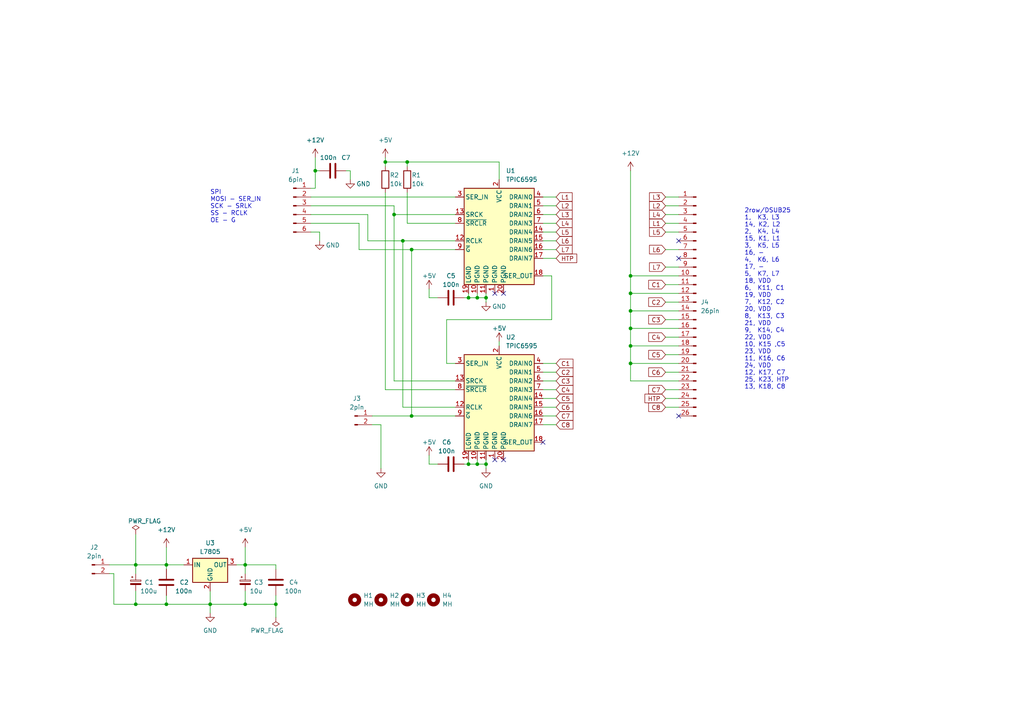
<source format=kicad_sch>
(kicad_sch (version 20230121) (generator eeschema)
  (paper "A4")
  (lib_symbols
    (symbol "Connector:Conn_01x02_Pin" (pin_names (offset 1.016) hide)
      (property "Reference" "J" (at 0 2.54 0))
      (property "Value" "Conn_01x02_Pin" (at 0 -5.08 0))
      (symbol "Conn_01x02_Pin_1_1"
        (polyline (pts (xy 1.27 -2.54) (xy 0.8636 -2.54)) (stroke (width 0.1524)))
        (polyline (pts (xy 1.27 0) (xy 0.8636 0)) (stroke (width 0.1524)))
        (rectangle (start 0.8636 -2.413) (end 0 -2.667) (stroke (width 0.1524)) (fill (type outline)))
        (rectangle (start 0.8636 0.127) (end 0 -0.127) (stroke (width 0.1524)) (fill (type outline)))
        (pin passive line (at 5.08 0 180) (length 3.81) (name "Pin_1") (number "1"))
        (pin passive line (at 5.08 -2.54 180) (length 3.81) (name "Pin_2") (number "2"))
      )
    )
    (symbol "Connector:Conn_01x06_Pin" (pin_names (offset 1.016) hide)
      (property "Reference" "J" (at 0 7.62 0))
      (property "Value" "Conn_01x06_Pin" (at 0 -10.16 0))
      (symbol "Conn_01x06_Pin_1_1"
        (polyline (pts (xy 1.27 -7.62) (xy 0.8636 -7.62)) (stroke (width 0.1524)))
        (polyline (pts (xy 1.27 -5.08) (xy 0.8636 -5.08)) (stroke (width 0.1524)))
        (polyline (pts (xy 1.27 -2.54) (xy 0.8636 -2.54)) (stroke (width 0.1524)))
        (polyline (pts (xy 1.27 0) (xy 0.8636 0)) (stroke (width 0.1524)))
        (polyline (pts (xy 1.27 2.54) (xy 0.8636 2.54)) (stroke (width 0.1524)))
        (polyline (pts (xy 1.27 5.08) (xy 0.8636 5.08)) (stroke (width 0.1524)))
        (rectangle (start 0.8636 -7.493) (end 0 -7.747) (stroke (width 0.1524)) (fill (type outline)))
        (rectangle (start 0.8636 -4.953) (end 0 -5.207) (stroke (width 0.1524)) (fill (type outline)))
        (rectangle (start 0.8636 -2.413) (end 0 -2.667) (stroke (width 0.1524)) (fill (type outline)))
        (rectangle (start 0.8636 0.127) (end 0 -0.127) (stroke (width 0.1524)) (fill (type outline)))
        (rectangle (start 0.8636 2.667) (end 0 2.413) (stroke (width 0.1524)) (fill (type outline)))
        (rectangle (start 0.8636 5.207) (end 0 4.953) (stroke (width 0.1524)) (fill (type outline)))
        (pin passive line (at 5.08 5.08 180) (length 3.81) (name "Pin_1") (number "1"))
        (pin passive line (at 5.08 2.54 180) (length 3.81) (name "Pin_2") (number "2"))
        (pin passive line (at 5.08 0 180) (length 3.81) (name "Pin_3") (number "3"))
        (pin passive line (at 5.08 -2.54 180) (length 3.81) (name "Pin_4") (number "4"))
        (pin passive line (at 5.08 -5.08 180) (length 3.81) (name "Pin_5") (number "5"))
        (pin passive line (at 5.08 -7.62 180) (length 3.81) (name "Pin_6") (number "6"))
      )
    )
    (symbol "Connector:Conn_01x26_Pin" (pin_names (offset 1.016) hide)
      (property "Reference" "J" (at 0 33.02 0))
      (property "Value" "Conn_01x26_Pin" (at 0 -35.56 0))
      (symbol "Conn_01x26_Pin_1_1"
        (polyline (pts (xy 1.27 -33.02) (xy 0.8636 -33.02)) (stroke (width 0.1524)))
        (polyline (pts (xy 1.27 -30.48) (xy 0.8636 -30.48)) (stroke (width 0.1524)))
        (polyline (pts (xy 1.27 -27.94) (xy 0.8636 -27.94)) (stroke (width 0.1524)))
        (polyline (pts (xy 1.27 -25.4) (xy 0.8636 -25.4)) (stroke (width 0.1524)))
        (polyline (pts (xy 1.27 -22.86) (xy 0.8636 -22.86)) (stroke (width 0.1524)))
        (polyline (pts (xy 1.27 -20.32) (xy 0.8636 -20.32)) (stroke (width 0.1524)))
        (polyline (pts (xy 1.27 -17.78) (xy 0.8636 -17.78)) (stroke (width 0.1524)))
        (polyline (pts (xy 1.27 -15.24) (xy 0.8636 -15.24)) (stroke (width 0.1524)))
        (polyline (pts (xy 1.27 -12.7) (xy 0.8636 -12.7)) (stroke (width 0.1524)))
        (polyline (pts (xy 1.27 -10.16) (xy 0.8636 -10.16)) (stroke (width 0.1524)))
        (polyline (pts (xy 1.27 -7.62) (xy 0.8636 -7.62)) (stroke (width 0.1524)))
        (polyline (pts (xy 1.27 -5.08) (xy 0.8636 -5.08)) (stroke (width 0.1524)))
        (polyline (pts (xy 1.27 -2.54) (xy 0.8636 -2.54)) (stroke (width 0.1524)))
        (polyline (pts (xy 1.27 0) (xy 0.8636 0)) (stroke (width 0.1524)))
        (polyline (pts (xy 1.27 2.54) (xy 0.8636 2.54)) (stroke (width 0.1524)))
        (polyline (pts (xy 1.27 5.08) (xy 0.8636 5.08)) (stroke (width 0.1524)))
        (polyline (pts (xy 1.27 7.62) (xy 0.8636 7.62)) (stroke (width 0.1524)))
        (polyline (pts (xy 1.27 10.16) (xy 0.8636 10.16)) (stroke (width 0.1524)))
        (polyline (pts (xy 1.27 12.7) (xy 0.8636 12.7)) (stroke (width 0.1524)))
        (polyline (pts (xy 1.27 15.24) (xy 0.8636 15.24)) (stroke (width 0.1524)))
        (polyline (pts (xy 1.27 17.78) (xy 0.8636 17.78)) (stroke (width 0.1524)))
        (polyline (pts (xy 1.27 20.32) (xy 0.8636 20.32)) (stroke (width 0.1524)))
        (polyline (pts (xy 1.27 22.86) (xy 0.8636 22.86)) (stroke (width 0.1524)))
        (polyline (pts (xy 1.27 25.4) (xy 0.8636 25.4)) (stroke (width 0.1524)))
        (polyline (pts (xy 1.27 27.94) (xy 0.8636 27.94)) (stroke (width 0.1524)))
        (polyline (pts (xy 1.27 30.48) (xy 0.8636 30.48)) (stroke (width 0.1524)))
        (rectangle (start 0.8636 -32.893) (end 0 -33.147) (stroke (width 0.1524)) (fill (type outline)))
        (rectangle (start 0.8636 -30.353) (end 0 -30.607) (stroke (width 0.1524)) (fill (type outline)))
        (rectangle (start 0.8636 -27.813) (end 0 -28.067) (stroke (width 0.1524)) (fill (type outline)))
        (rectangle (start 0.8636 -25.273) (end 0 -25.527) (stroke (width 0.1524)) (fill (type outline)))
        (rectangle (start 0.8636 -22.733) (end 0 -22.987) (stroke (width 0.1524)) (fill (type outline)))
        (rectangle (start 0.8636 -20.193) (end 0 -20.447) (stroke (width 0.1524)) (fill (type outline)))
        (rectangle (start 0.8636 -17.653) (end 0 -17.907) (stroke (width 0.1524)) (fill (type outline)))
        (rectangle (start 0.8636 -15.113) (end 0 -15.367) (stroke (width 0.1524)) (fill (type outline)))
        (rectangle (start 0.8636 -12.573) (end 0 -12.827) (stroke (width 0.1524)) (fill (type outline)))
        (rectangle (start 0.8636 -10.033) (end 0 -10.287) (stroke (width 0.1524)) (fill (type outline)))
        (rectangle (start 0.8636 -7.493) (end 0 -7.747) (stroke (width 0.1524)) (fill (type outline)))
        (rectangle (start 0.8636 -4.953) (end 0 -5.207) (stroke (width 0.1524)) (fill (type outline)))
        (rectangle (start 0.8636 -2.413) (end 0 -2.667) (stroke (width 0.1524)) (fill (type outline)))
        (rectangle (start 0.8636 0.127) (end 0 -0.127) (stroke (width 0.1524)) (fill (type outline)))
        (rectangle (start 0.8636 2.667) (end 0 2.413) (stroke (width 0.1524)) (fill (type outline)))
        (rectangle (start 0.8636 5.207) (end 0 4.953) (stroke (width 0.1524)) (fill (type outline)))
        (rectangle (start 0.8636 7.747) (end 0 7.493) (stroke (width 0.1524)) (fill (type outline)))
        (rectangle (start 0.8636 10.287) (end 0 10.033) (stroke (width 0.1524)) (fill (type outline)))
        (rectangle (start 0.8636 12.827) (end 0 12.573) (stroke (width 0.1524)) (fill (type outline)))
        (rectangle (start 0.8636 15.367) (end 0 15.113) (stroke (width 0.1524)) (fill (type outline)))
        (rectangle (start 0.8636 17.907) (end 0 17.653) (stroke (width 0.1524)) (fill (type outline)))
        (rectangle (start 0.8636 20.447) (end 0 20.193) (stroke (width 0.1524)) (fill (type outline)))
        (rectangle (start 0.8636 22.987) (end 0 22.733) (stroke (width 0.1524)) (fill (type outline)))
        (rectangle (start 0.8636 25.527) (end 0 25.273) (stroke (width 0.1524)) (fill (type outline)))
        (rectangle (start 0.8636 28.067) (end 0 27.813) (stroke (width 0.1524)) (fill (type outline)))
        (rectangle (start 0.8636 30.607) (end 0 30.353) (stroke (width 0.1524)) (fill (type outline)))
        (pin passive line (at 5.08 30.48 180) (length 3.81) (name "Pin_1") (number "1"))
        (pin passive line (at 5.08 7.62 180) (length 3.81) (name "Pin_10") (number "10"))
        (pin passive line (at 5.08 5.08 180) (length 3.81) (name "Pin_11") (number "11"))
        (pin passive line (at 5.08 2.54 180) (length 3.81) (name "Pin_12") (number "12"))
        (pin passive line (at 5.08 0 180) (length 3.81) (name "Pin_13") (number "13"))
        (pin passive line (at 5.08 -2.54 180) (length 3.81) (name "Pin_14") (number "14"))
        (pin passive line (at 5.08 -5.08 180) (length 3.81) (name "Pin_15") (number "15"))
        (pin passive line (at 5.08 -7.62 180) (length 3.81) (name "Pin_16") (number "16"))
        (pin passive line (at 5.08 -10.16 180) (length 3.81) (name "Pin_17") (number "17"))
        (pin passive line (at 5.08 -12.7 180) (length 3.81) (name "Pin_18") (number "18"))
        (pin passive line (at 5.08 -15.24 180) (length 3.81) (name "Pin_19") (number "19"))
        (pin passive line (at 5.08 27.94 180) (length 3.81) (name "Pin_2") (number "2"))
        (pin passive line (at 5.08 -17.78 180) (length 3.81) (name "Pin_20") (number "20"))
        (pin passive line (at 5.08 -20.32 180) (length 3.81) (name "Pin_21") (number "21"))
        (pin passive line (at 5.08 -22.86 180) (length 3.81) (name "Pin_22") (number "22"))
        (pin passive line (at 5.08 -25.4 180) (length 3.81) (name "Pin_23") (number "23"))
        (pin passive line (at 5.08 -27.94 180) (length 3.81) (name "Pin_24") (number "24"))
        (pin passive line (at 5.08 -30.48 180) (length 3.81) (name "Pin_25") (number "25"))
        (pin passive line (at 5.08 -33.02 180) (length 3.81) (name "Pin_26") (number "26"))
        (pin passive line (at 5.08 25.4 180) (length 3.81) (name "Pin_3") (number "3"))
        (pin passive line (at 5.08 22.86 180) (length 3.81) (name "Pin_4") (number "4"))
        (pin passive line (at 5.08 20.32 180) (length 3.81) (name "Pin_5") (number "5"))
        (pin passive line (at 5.08 17.78 180) (length 3.81) (name "Pin_6") (number "6"))
        (pin passive line (at 5.08 15.24 180) (length 3.81) (name "Pin_7") (number "7"))
        (pin passive line (at 5.08 12.7 180) (length 3.81) (name "Pin_8") (number "8"))
        (pin passive line (at 5.08 10.16 180) (length 3.81) (name "Pin_9") (number "9"))
      )
    )
    (symbol "Device:C" (pin_numbers hide) (pin_names (offset 0.254))
      (property "Reference" "C" (at 0.635 2.54 0))
      (property "Value" "C" (at 0.635 -2.54 0))
      (symbol "C_0_1"
        (polyline (pts (xy -2.032 -0.762) (xy 2.032 -0.762)) (stroke (width 0.508)))
        (polyline (pts (xy -2.032 0.762) (xy 2.032 0.762)) (stroke (width 0.508)))
      )
      (symbol "C_1_1"
        (pin passive line (at 0 3.81 270) (length 2.794) (name "~") (number "1"))
        (pin passive line (at 0 -3.81 90) (length 2.794) (name "~") (number "2"))
      )
    )
    (symbol "Device:C_Polarized_Small" (pin_numbers hide) (pin_names (offset 0.254) hide)
      (property "Reference" "C" (at 0.254 1.778 0))
      (property "Value" "C_Polarized_Small" (at 0.254 -2.032 0))
      (symbol "C_Polarized_Small_0_1"
        (rectangle (start -1.524 -0.3048) (end 1.524 -0.6858) (fill (type outline)))
        (rectangle (start -1.524 0.6858) (end 1.524 0.3048))
        (polyline (pts (xy -1.27 1.524) (xy -0.762 1.524)))
        (polyline (pts (xy -1.016 1.27) (xy -1.016 1.778)))
      )
      (symbol "C_Polarized_Small_1_1"
        (pin passive line (at 0 2.54 270) (length 1.8542) (name "~") (number "1"))
        (pin passive line (at 0 -2.54 90) (length 1.8542) (name "~") (number "2"))
      )
    )
    (symbol "Device:R" (pin_numbers hide) (pin_names (offset 0))
      (property "Reference" "R" (at 2.032 0 90))
      (property "Value" "R" (at 0 0 90))
      (symbol "R_0_1"
        (rectangle (start -1.016 -2.54) (end 1.016 2.54) (stroke (width 0.254)))
      )
      (symbol "R_1_1"
        (pin passive line (at 0 3.81 270) (length 1.27) (name "~") (number "1"))
        (pin passive line (at 0 -3.81 90) (length 1.27) (name "~") (number "2"))
      )
    )
    (symbol "Mechanical:MountingHole" (pin_names (offset 1.016))
      (property "Reference" "H" (at 0 5.08 0))
      (property "Value" "MountingHole" (at 0 3.175 0))
      (symbol "MountingHole_0_1"
        (circle (center 0 0) (radius 1.27) (stroke (width 1.27)))
      )
    )
    (symbol "MySym:TPIC6B595" (pin_names (offset 0.381))
      (property "Reference" "U" (at -8.89 13.97 0))
      (property "Value" "TPIC6595" (at 6.35 13.97 0))
      (symbol "TPIC6B595_0_1"
        (rectangle (start -10.16 12.7) (end 10.16 -15.24) (stroke (width 0.254)) (fill (type background)))
      )
      (symbol "TPIC6B595_1_1"
        (pin passive line (at -1.27 -17.78 90) (length 2.54) (name "PGND") (number "1"))
        (pin power_in line (at -6.35 -17.78 90) (length 2.54) (name "PGND") (number "10"))
        (pin power_in line (at -3.81 -17.78 90) (length 2.54) (name "PGND") (number "11"))
        (pin input line (at -12.7 -2.54 0) (length 2.54) (name "RCLK") (number "12"))
        (pin input line (at -12.7 5.08 0) (length 2.54) (name "SRCK") (number "13"))
        (pin open_collector line (at 12.7 0 180) (length 2.54) (name "DRAIN4") (number "14"))
        (pin open_collector line (at 12.7 -2.54 180) (length 2.54) (name "DRAIN5") (number "15"))
        (pin open_collector line (at 12.7 -5.08 180) (length 2.54) (name "DRAIN6") (number "16"))
        (pin open_collector line (at 12.7 -7.62 180) (length 2.54) (name "DRAIN7") (number "17"))
        (pin output line (at 12.7 -12.7 180) (length 2.54) (name "SER_OUT") (number "18"))
        (pin power_in line (at -8.89 -17.78 90) (length 2.54) (name "LGND") (number "19"))
        (pin power_in line (at 0 15.24 270) (length 2.54) (name "VCC") (number "2"))
        (pin passive line (at 1.27 -17.78 90) (length 2.54) (name "PGND") (number "20"))
        (pin input line (at -12.7 10.16 0) (length 2.54) (name "SER_IN") (number "3"))
        (pin open_collector line (at 12.7 10.16 180) (length 2.54) (name "DRAIN0") (number "4"))
        (pin open_collector line (at 12.7 7.62 180) (length 2.54) (name "DRAIN1") (number "5"))
        (pin open_collector line (at 12.7 5.08 180) (length 2.54) (name "DRAIN2") (number "6"))
        (pin open_collector line (at 12.7 2.54 180) (length 2.54) (name "DRAIN3") (number "7"))
        (pin input line (at -12.7 2.54 0) (length 2.54) (name "~{SRCLR}") (number "8"))
        (pin input line (at -12.7 -5.08 0) (length 2.54) (name "~{G}") (number "9"))
      )
    )
    (symbol "Regulator_Linear:L7805" (pin_names (offset 0.254))
      (property "Reference" "U" (at -3.81 3.175 0))
      (property "Value" "L7805" (at 0 3.175 0))
      (symbol "L7805_0_1"
        (rectangle (start -5.08 1.905) (end 5.08 -5.08) (stroke (width 0.254)) (fill (type background)))
      )
      (symbol "L7805_1_1"
        (pin power_in line (at -7.62 0 0) (length 2.54) (name "IN") (number "1"))
        (pin power_in line (at 0 -7.62 90) (length 2.54) (name "GND") (number "2"))
        (pin power_out line (at 7.62 0 180) (length 2.54) (name "OUT") (number "3"))
      )
    )
    (symbol "power:+12V" (power) (pin_names (offset 0))
      (property "Value" "+12V" (at 0 3.556 0))
      (symbol "+12V_0_1"
        (polyline (pts (xy -0.762 1.27) (xy 0 2.54)))
        (polyline (pts (xy 0 0) (xy 0 2.54)))
        (polyline (pts (xy 0 2.54) (xy 0.762 1.27)))
      )
      (symbol "+12V_1_1"
        (pin power_in line (at 0 0 90) (length 0) hide (name "+12V") (number "1"))
      )
    )
    (symbol "power:+5V" (power) (pin_names (offset 0))
      (property "Value" "+5V" (at 0 3.556 0))
      (symbol "+5V_0_1"
        (polyline (pts (xy -0.762 1.27) (xy 0 2.54)))
        (polyline (pts (xy 0 0) (xy 0 2.54)))
        (polyline (pts (xy 0 2.54) (xy 0.762 1.27)))
      )
      (symbol "+5V_1_1"
        (pin power_in line (at 0 0 90) (length 0) hide (name "+5V") (number "1"))
      )
    )
    (symbol "power:GND" (power) (pin_names (offset 0))
      (property "Value" "GND" (at 0 -3.81 0))
      (symbol "GND_0_1"
        (polyline (pts (xy 0 0) (xy 0 -1.27) (xy 1.27 -1.27) (xy 0 -2.54) (xy -1.27 -1.27) (xy 0 -1.27)))
      )
      (symbol "GND_1_1"
        (pin power_in line (at 0 0 270) (length 0) hide (name "GND") (number "1"))
      )
    )
    (symbol "power:PWR_FLAG" (power) (pin_numbers hide) (pin_names (offset 0) hide)
      (property "Value" "PWR_FLAG" (at 0 3.81 0))
      (symbol "PWR_FLAG_0_0"
        (pin power_out line (at 0 0 90) (length 0) (name "pwr") (number "1"))
      )
      (symbol "PWR_FLAG_0_1"
        (polyline (pts (xy 0 0) (xy 0 1.27) (xy -1.016 1.905) (xy 0 2.54) (xy 1.016 1.905) (xy 0 1.27)))
      )
    )
  )
  (junction (at 111.76 46.99))
  (junction (at 135.89 86.36))
  (junction (at 138.43 86.36))
  (junction (at 182.88 105.41))
  (junction (at 135.89 134.62))
  (junction (at 39.37 163.83))
  (junction (at 48.26 175.26))
  (junction (at 71.12 163.83))
  (junction (at 140.97 134.62))
  (junction (at 118.11 46.99))
  (junction (at 138.43 134.62))
  (junction (at 60.96 175.26))
  (junction (at 140.97 86.36))
  (junction (at 80.01 175.26))
  (junction (at 116.84 69.85))
  (junction (at 119.38 120.65))
  (junction (at 71.12 175.26))
  (junction (at 182.88 90.17))
  (junction (at 182.88 85.09))
  (junction (at 182.88 95.25))
  (junction (at 182.88 100.33))
  (junction (at 48.26 163.83))
  (junction (at 182.88 80.01))
  (junction (at 119.38 72.39))
  (junction (at 114.3 62.23))
  (junction (at 91.44 49.53))
  (junction (at 39.37 175.26))
  (no_connect (at 196.85 69.85))
  (no_connect (at 143.51 133.35))
  (no_connect (at 196.85 74.93))
  (no_connect (at 146.05 85.09))
  (no_connect (at 196.85 120.65))
  (no_connect (at 143.51 85.09))
  (no_connect (at 157.48 128.27))
  (no_connect (at 146.05 133.35))
  (wire (pts (xy 157.48 120.65) (xy 161.29 120.65)))
  (wire (pts (xy 71.12 163.83) (xy 71.12 158.75)))
  (wire (pts (xy 157.48 105.41) (xy 161.29 105.41)))
  (wire (pts (xy 182.88 80.01) (xy 182.88 49.53)))
  (wire (pts (xy 135.89 85.09) (xy 135.89 86.36)))
  (wire (pts (xy 193.04 87.63) (xy 196.85 87.63)))
  (wire (pts (xy 196.85 90.17) (xy 182.88 90.17)))
  (wire (pts (xy 118.11 46.99) (xy 144.78 46.99)))
  (wire (pts (xy 135.89 134.62) (xy 135.89 133.35)))
  (wire (pts (xy 60.96 175.26) (xy 71.12 175.26)))
  (wire (pts (xy 92.71 67.31) (xy 92.71 69.85)))
  (wire (pts (xy 196.85 105.41) (xy 182.88 105.41)))
  (wire (pts (xy 104.14 72.39) (xy 119.38 72.39)))
  (wire (pts (xy 182.88 95.25) (xy 182.88 90.17)))
  (wire (pts (xy 129.54 105.41) (xy 132.08 105.41)))
  (wire (pts (xy 90.17 62.23) (xy 106.68 62.23)))
  (wire (pts (xy 157.48 107.95) (xy 161.29 107.95)))
  (wire (pts (xy 157.48 64.77) (xy 161.29 64.77)))
  (wire (pts (xy 60.96 171.45) (xy 60.96 175.26)))
  (wire (pts (xy 106.68 69.85) (xy 116.84 69.85)))
  (wire (pts (xy 140.97 134.62) (xy 140.97 133.35)))
  (wire (pts (xy 80.01 175.26) (xy 80.01 179.07)))
  (wire (pts (xy 157.48 123.19) (xy 161.29 123.19)))
  (wire (pts (xy 39.37 163.83) (xy 48.26 163.83)))
  (wire (pts (xy 157.48 57.15) (xy 161.29 57.15)))
  (wire (pts (xy 157.48 67.31) (xy 161.29 67.31)))
  (wire (pts (xy 90.17 59.69) (xy 114.3 59.69)))
  (wire (pts (xy 101.6 49.53) (xy 101.6 52.07)))
  (wire (pts (xy 135.89 86.36) (xy 138.43 86.36)))
  (wire (pts (xy 140.97 86.36) (xy 140.97 87.63)))
  (wire (pts (xy 60.96 175.26) (xy 60.96 177.8)))
  (wire (pts (xy 90.17 54.61) (xy 91.44 54.61)))
  (wire (pts (xy 100.33 49.53) (xy 101.6 49.53)))
  (wire (pts (xy 114.3 110.49) (xy 132.08 110.49)))
  (wire (pts (xy 144.78 46.99) (xy 144.78 52.07)))
  (wire (pts (xy 48.26 158.75) (xy 48.26 163.83)))
  (wire (pts (xy 80.01 172.72) (xy 80.01 175.26)))
  (wire (pts (xy 80.01 163.83) (xy 80.01 165.1)))
  (wire (pts (xy 157.48 80.01) (xy 160.02 80.01)))
  (wire (pts (xy 196.85 100.33) (xy 182.88 100.33)))
  (wire (pts (xy 114.3 59.69) (xy 114.3 62.23)))
  (wire (pts (xy 193.04 67.31) (xy 196.85 67.31)))
  (wire (pts (xy 118.11 55.88) (xy 118.11 64.77)))
  (wire (pts (xy 68.58 163.83) (xy 71.12 163.83)))
  (wire (pts (xy 111.76 45.72) (xy 111.76 46.99)))
  (wire (pts (xy 193.04 64.77) (xy 196.85 64.77)))
  (wire (pts (xy 182.88 90.17) (xy 182.88 85.09)))
  (wire (pts (xy 48.26 172.72) (xy 48.26 175.26)))
  (wire (pts (xy 124.46 132.08) (xy 124.46 134.62)))
  (wire (pts (xy 31.75 163.83) (xy 39.37 163.83)))
  (wire (pts (xy 118.11 46.99) (xy 118.11 48.26)))
  (wire (pts (xy 39.37 171.45) (xy 39.37 175.26)))
  (wire (pts (xy 144.78 99.06) (xy 144.78 100.33)))
  (wire (pts (xy 132.08 72.39) (xy 119.38 72.39)))
  (wire (pts (xy 138.43 134.62) (xy 140.97 134.62)))
  (wire (pts (xy 157.48 118.11) (xy 161.29 118.11)))
  (wire (pts (xy 119.38 72.39) (xy 119.38 120.65)))
  (wire (pts (xy 193.04 62.23) (xy 196.85 62.23)))
  (wire (pts (xy 106.68 62.23) (xy 106.68 69.85)))
  (wire (pts (xy 193.04 115.57) (xy 196.85 115.57)))
  (wire (pts (xy 157.48 110.49) (xy 161.29 110.49)))
  (wire (pts (xy 111.76 113.03) (xy 111.76 55.88)))
  (wire (pts (xy 182.88 105.41) (xy 182.88 100.33)))
  (wire (pts (xy 193.04 92.71) (xy 196.85 92.71)))
  (wire (pts (xy 160.02 92.71) (xy 129.54 92.71)))
  (wire (pts (xy 193.04 77.47) (xy 196.85 77.47)))
  (wire (pts (xy 124.46 86.36) (xy 124.46 83.82)))
  (wire (pts (xy 157.48 74.93) (xy 161.29 74.93)))
  (wire (pts (xy 48.26 175.26) (xy 60.96 175.26)))
  (wire (pts (xy 193.04 82.55) (xy 196.85 82.55)))
  (wire (pts (xy 31.75 166.37) (xy 33.02 166.37)))
  (wire (pts (xy 193.04 107.95) (xy 196.85 107.95)))
  (wire (pts (xy 39.37 163.83) (xy 39.37 166.37)))
  (wire (pts (xy 39.37 154.94) (xy 39.37 163.83)))
  (wire (pts (xy 193.04 118.11) (xy 196.85 118.11)))
  (wire (pts (xy 193.04 72.39) (xy 196.85 72.39)))
  (wire (pts (xy 182.88 85.09) (xy 182.88 80.01)))
  (wire (pts (xy 114.3 110.49) (xy 114.3 62.23)))
  (wire (pts (xy 157.48 69.85) (xy 161.29 69.85)))
  (wire (pts (xy 71.12 171.45) (xy 71.12 175.26)))
  (wire (pts (xy 91.44 49.53) (xy 92.71 49.53)))
  (wire (pts (xy 107.95 120.65) (xy 119.38 120.65)))
  (wire (pts (xy 134.62 86.36) (xy 135.89 86.36)))
  (wire (pts (xy 104.14 64.77) (xy 104.14 72.39)))
  (wire (pts (xy 157.48 113.03) (xy 161.29 113.03)))
  (wire (pts (xy 33.02 175.26) (xy 39.37 175.26)))
  (wire (pts (xy 116.84 118.11) (xy 116.84 69.85)))
  (wire (pts (xy 39.37 175.26) (xy 48.26 175.26)))
  (wire (pts (xy 71.12 163.83) (xy 71.12 166.37)))
  (wire (pts (xy 110.49 123.19) (xy 110.49 135.89)))
  (wire (pts (xy 111.76 46.99) (xy 111.76 48.26)))
  (wire (pts (xy 48.26 163.83) (xy 48.26 165.1)))
  (wire (pts (xy 91.44 49.53) (xy 91.44 54.61)))
  (wire (pts (xy 132.08 113.03) (xy 111.76 113.03)))
  (wire (pts (xy 90.17 67.31) (xy 92.71 67.31)))
  (wire (pts (xy 134.62 134.62) (xy 135.89 134.62)))
  (wire (pts (xy 138.43 134.62) (xy 138.43 133.35)))
  (wire (pts (xy 135.89 134.62) (xy 138.43 134.62)))
  (wire (pts (xy 90.17 64.77) (xy 104.14 64.77)))
  (wire (pts (xy 124.46 134.62) (xy 127 134.62)))
  (wire (pts (xy 160.02 80.01) (xy 160.02 92.71)))
  (wire (pts (xy 116.84 69.85) (xy 132.08 69.85)))
  (wire (pts (xy 182.88 105.41) (xy 182.88 110.49)))
  (wire (pts (xy 193.04 97.79) (xy 196.85 97.79)))
  (wire (pts (xy 118.11 64.77) (xy 132.08 64.77)))
  (wire (pts (xy 116.84 118.11) (xy 132.08 118.11)))
  (wire (pts (xy 90.17 57.15) (xy 132.08 57.15)))
  (wire (pts (xy 111.76 46.99) (xy 118.11 46.99)))
  (wire (pts (xy 71.12 163.83) (xy 80.01 163.83)))
  (wire (pts (xy 196.85 95.25) (xy 182.88 95.25)))
  (wire (pts (xy 193.04 102.87) (xy 196.85 102.87)))
  (wire (pts (xy 33.02 166.37) (xy 33.02 175.26)))
  (wire (pts (xy 193.04 113.03) (xy 196.85 113.03)))
  (wire (pts (xy 157.48 72.39) (xy 161.29 72.39)))
  (wire (pts (xy 182.88 100.33) (xy 182.88 95.25)))
  (wire (pts (xy 91.44 45.72) (xy 91.44 49.53)))
  (wire (pts (xy 114.3 62.23) (xy 132.08 62.23)))
  (wire (pts (xy 140.97 134.62) (xy 140.97 135.89)))
  (wire (pts (xy 119.38 120.65) (xy 132.08 120.65)))
  (wire (pts (xy 138.43 85.09) (xy 138.43 86.36)))
  (wire (pts (xy 157.48 115.57) (xy 161.29 115.57)))
  (wire (pts (xy 140.97 86.36) (xy 140.97 85.09)))
  (wire (pts (xy 71.12 175.26) (xy 80.01 175.26)))
  (wire (pts (xy 127 86.36) (xy 124.46 86.36)))
  (wire (pts (xy 157.48 59.69) (xy 161.29 59.69)))
  (wire (pts (xy 107.95 123.19) (xy 110.49 123.19)))
  (wire (pts (xy 48.26 163.83) (xy 53.34 163.83)))
  (wire (pts (xy 129.54 92.71) (xy 129.54 105.41)))
  (wire (pts (xy 157.48 62.23) (xy 161.29 62.23)))
  (wire (pts (xy 182.88 110.49) (xy 196.85 110.49)))
  (wire (pts (xy 196.85 85.09) (xy 182.88 85.09)))
  (wire (pts (xy 193.04 57.15) (xy 196.85 57.15)))
  (wire (pts (xy 193.04 59.69) (xy 196.85 59.69)))
  (wire (pts (xy 138.43 86.36) (xy 140.97 86.36)))
  (wire (pts (xy 196.85 80.01) (xy 182.88 80.01)))
  (text "2row/DSUB25\n1,  K3, L3\n14, K2, L2\n2,  K4, L4\n15, K1, L1\n3,  K5, L5\n16, -\n4,  K6, L6\n17, -\n5,  K7, L7\n18, VDD\n6,  K11, C1\n19, VDD\n7,  K12, C2\n20, VDD\n8,  K13, C3\n21, VDD\n9,  K14, C4\n22, VDD\n10, K15 ,C5\n23, VDD\n11, K16, C6\n24, VDD\n12, K17, C7\n25, K23, HTP\n13, K18, C8" (at 215.9 113.03 0) (effects (font (size 1.27 1.27)) (justify left bottom)))
  (text "SPI\nMOSI - SER_IN\nSCK - SRLK\nSS - RCLK\nOE - G\n" (at 60.96 64.77 0) (effects (font (size 1.27 1.27)) (justify left bottom)))
  (global_label "C5" (shape input) (at 161.29 115.57 0) (property "Intersheetrefs" "${INTERSHEET_REFS}" (effects hide)))
  (global_label "L7" (shape input) (at 161.29 72.39 0) (property "Intersheetrefs" "${INTERSHEET_REFS}" (effects hide)))
  (global_label "L6" (shape input) (at 161.29 69.85 0) (property "Intersheetrefs" "${INTERSHEET_REFS}" (effects hide)))
  (global_label "C6" (shape input) (at 161.29 118.11 0) (property "Intersheetrefs" "${INTERSHEET_REFS}" (effects hide)))
  (global_label "C4" (shape input) (at 161.29 113.03 0) (property "Intersheetrefs" "${INTERSHEET_REFS}" (effects hide)))
  (global_label "L6" (shape input) (at 193.04 72.39 180) (property "Intersheetrefs" "${INTERSHEET_REFS}" (effects hide)))
  (global_label "L3" (shape input) (at 193.04 57.15 180) (property "Intersheetrefs" "${INTERSHEET_REFS}" (effects hide)))
  (global_label "L1" (shape input) (at 193.04 64.77 180) (property "Intersheetrefs" "${INTERSHEET_REFS}" (effects hide)))
  (global_label "L5" (shape input) (at 161.29 67.31 0) (property "Intersheetrefs" "${INTERSHEET_REFS}" (effects hide)))
  (global_label "L2" (shape input) (at 161.29 59.69 0) (property "Intersheetrefs" "${INTERSHEET_REFS}" (effects hide)))
  (global_label "HTP" (shape input) (at 161.29 74.93 0) (property "Intersheetrefs" "${INTERSHEET_REFS}" (effects hide)))
  (global_label "L4" (shape input) (at 161.29 64.77 0) (property "Intersheetrefs" "${INTERSHEET_REFS}" (effects hide)))
  (global_label "C8" (shape input) (at 161.29 123.19 0) (property "Intersheetrefs" "${INTERSHEET_REFS}" (effects hide)))
  (global_label "C7" (shape input) (at 193.04 113.03 180) (property "Intersheetrefs" "${INTERSHEET_REFS}" (effects hide)))
  (global_label "L5" (shape input) (at 193.04 67.31 180) (property "Intersheetrefs" "${INTERSHEET_REFS}" (effects hide)))
  (global_label "HTP" (shape input) (at 193.04 115.57 180) (property "Intersheetrefs" "${INTERSHEET_REFS}" (effects hide)))
  (global_label "C1" (shape input) (at 161.29 105.41 0) (property "Intersheetrefs" "${INTERSHEET_REFS}" (effects hide)))
  (global_label "L4" (shape input) (at 193.04 62.23 180) (property "Intersheetrefs" "${INTERSHEET_REFS}" (effects hide)))
  (global_label "C8" (shape input) (at 193.04 118.11 180) (property "Intersheetrefs" "${INTERSHEET_REFS}" (effects hide)))
  (global_label "L3" (shape input) (at 161.29 62.23 0) (property "Intersheetrefs" "${INTERSHEET_REFS}" (effects hide)))
  (global_label "C3" (shape input) (at 161.29 110.49 0) (property "Intersheetrefs" "${INTERSHEET_REFS}" (effects hide)))
  (global_label "C4" (shape input) (at 193.04 97.79 180) (property "Intersheetrefs" "${INTERSHEET_REFS}" (effects hide)))
  (global_label "C7" (shape input) (at 161.29 120.65 0) (property "Intersheetrefs" "${INTERSHEET_REFS}" (effects hide)))
  (global_label "C2" (shape input) (at 193.04 87.63 180) (property "Intersheetrefs" "${INTERSHEET_REFS}" (effects hide)))
  (global_label "L7" (shape input) (at 193.04 77.47 180) (property "Intersheetrefs" "${INTERSHEET_REFS}" (effects hide)))
  (global_label "C6" (shape input) (at 193.04 107.95 180) (property "Intersheetrefs" "${INTERSHEET_REFS}" (effects hide)))
  (global_label "C2" (shape input) (at 161.29 107.95 0) (property "Intersheetrefs" "${INTERSHEET_REFS}" (effects hide)))
  (global_label "L2" (shape input) (at 193.04 59.69 180) (property "Intersheetrefs" "${INTERSHEET_REFS}" (effects hide)))
  (global_label "C5" (shape input) (at 193.04 102.87 180) (property "Intersheetrefs" "${INTERSHEET_REFS}" (effects hide)))
  (global_label "L1" (shape input) (at 161.29 57.15 0) (property "Intersheetrefs" "${INTERSHEET_REFS}" (effects hide)))
  (global_label "C3" (shape input) (at 193.04 92.71 180) (property "Intersheetrefs" "${INTERSHEET_REFS}" (effects hide)))
  (global_label "C1" (shape input) (at 193.04 82.55 180) (property "Intersheetrefs" "${INTERSHEET_REFS}" (effects hide)))
  (symbol (lib_id "Regulator_Linear:L7805") (at 60.96 163.83 0) (unit 1)
    (property "Reference" "U3" (at 60.96 157.48 0))
    (property "Value" "L7805" (at 60.96 160.02 0))
    (property "Footprint" "Package_TO_SOT_THT:TO-220-3_Vertical" (effects hide))
    (property "Datasheet" "http://www.st.com/content/ccc/resource/technical/document/datasheet/41/4f/b3/b0/12/d4/47/88/CD00000444.pdf/files/CD00000444.pdf/jcr:content/translations/en.CD00000444.pdf" (effects hide))
  )
  (symbol (lib_id "Mechanical:MountingHole") (at 125.73 173.99 0) (unit 1)
    (property "Reference" "H4" (at 128.27 172.72 0) (effects (justify left)))
    (property "Value" "MH" (at 128.27 175.26 0) (effects (justify left)))
    (property "Footprint" "MountingHole:MountingHole_3.2mm_M3" (effects hide))
  )
  (symbol (lib_id "Connector:Conn_01x26_Pin") (at 201.93 87.63 0) (mirror y) (unit 1)
    (property "Reference" "J4" (at 203.2 87.63 0) (effects (justify right)))
    (property "Value" "26pin" (at 203.2 90.17 0) (effects (justify right)))
    (property "Footprint" "Connector_PinHeader_2.54mm:PinHeader_2x13_P2.54mm_Vertical" (effects hide))
  )
  (symbol (lib_id "power:+12V") (at 48.26 158.75 0) (unit 1)
    (property "Reference" "#PWR06" (effects hide))
    (property "Value" "+12V" (at 48.26 153.67 0))
  )
  (symbol (lib_id "power:+12V") (at 91.44 45.72 0) (unit 1)
    (property "Reference" "#PWR013" (effects hide))
    (property "Value" "+12V" (at 91.44 40.64 0))
  )
  (symbol (lib_id "Mechanical:MountingHole") (at 110.49 173.99 0) (unit 1)
    (property "Reference" "H2" (at 113.03 172.72 0) (effects (justify left)))
    (property "Value" "MH" (at 113.03 175.26 0) (effects (justify left)))
    (property "Footprint" "MountingHole:MountingHole_3.2mm_M3" (effects hide))
  )
  (symbol (lib_id "Mechanical:MountingHole") (at 118.11 173.99 0) (unit 1)
    (property "Reference" "H3" (at 120.65 172.72 0) (effects (justify left)))
    (property "Value" "MH" (at 120.65 175.26 0) (effects (justify left)))
    (property "Footprint" "MountingHole:MountingHole_3.2mm_M3" (effects hide))
  )
  (symbol (lib_id "power:GND") (at 101.6 52.07 0) (unit 1)
    (property "Reference" "#PWR014" (effects hide))
    (property "Value" "GND" (at 105.41 53.34 0))
  )
  (symbol (lib_id "Device:C") (at 48.26 168.91 0) (unit 1)
    (property "Reference" "C2" (at 52.07 168.91 0) (effects (justify left)))
    (property "Value" "100n" (at 50.8 171.45 0) (effects (justify left)))
    (property "Footprint" "Capacitor_SMD:C_0603_1608Metric_Pad1.08x0.95mm_HandSolder" (effects hide))
  )
  (symbol (lib_id "power:+5V") (at 144.78 99.06 0) (unit 1)
    (property "Reference" "#PWR011" (effects hide))
    (property "Value" "+5V" (at 144.78 95.25 0))
  )
  (symbol (lib_id "Device:C_Polarized_Small") (at 39.37 168.91 0) (unit 1)
    (property "Reference" "C1" (at 41.91 168.91 0) (effects (justify left)))
    (property "Value" "100u" (at 40.64 171.45 0) (effects (justify left)))
    (property "Footprint" "Capacitor_THT:CP_Radial_D8.0mm_P3.80mm" (effects hide))
  )
  (symbol (lib_id "Connector:Conn_01x06_Pin") (at 85.09 59.69 0) (unit 1)
    (property "Reference" "J1" (at 85.725 49.53 0))
    (property "Value" "6pin" (at 85.725 52.07 0))
  )
  (symbol (lib_id "power:GND") (at 110.49 135.89 0) (unit 1)
    (property "Reference" "#PWR01" (effects hide))
    (property "Value" "GND" (at 110.49 140.97 0))
  )
  (symbol (lib_id "Mechanical:MountingHole") (at 102.87 173.99 0) (unit 1)
    (property "Reference" "H1" (at 105.41 172.72 0) (effects (justify left)))
    (property "Value" "MH" (at 105.41 175.26 0) (effects (justify left)))
    (property "Footprint" "MountingHole:MountingHole_3.2mm_M3" (effects hide))
  )
  (symbol (lib_id "Device:C_Polarized_Small") (at 71.12 168.91 0) (unit 1)
    (property "Reference" "C3" (at 73.66 168.91 0) (effects (justify left)))
    (property "Value" "10u" (at 72.39 171.45 0) (effects (justify left)))
    (property "Footprint" "Capacitor_THT:CP_Radial_D6.3mm_P2.50mm" (effects hide))
  )
  (symbol (lib_id "Connector:Conn_01x02_Pin") (at 26.67 163.83 0) (unit 1)
    (property "Reference" "J2" (at 27.305 158.75 0))
    (property "Value" "2pin" (at 27.305 161.29 0))
    (property "Footprint" "Connector_PinHeader_2.54mm:PinHeader_1x02_P2.54mm_Vertical" (effects hide))
  )
  (symbol (lib_id "power:PWR_FLAG") (at 39.37 154.94 0) (unit 1)
    (property "Reference" "#FLG03" (effects hide))
    (property "Value" "PWR_FLAG" (at 41.91 151.13 0))
  )
  (symbol (lib_id "Device:C") (at 130.81 86.36 90) (unit 1)
    (property "Reference" "C5" (at 130.81 80.01 90))
    (property "Value" "100n" (at 130.81 82.55 90))
    (property "Footprint" "Capacitor_SMD:C_0603_1608Metric_Pad1.08x0.95mm_HandSolder" (effects hide))
  )
  (symbol (lib_id "power:PWR_FLAG") (at 80.01 179.07 180) (unit 1)
    (property "Reference" "#FLG02" (effects hide))
    (property "Value" "PWR_FLAG" (at 77.47 182.88 0))
  )
  (symbol (lib_id "Device:C") (at 96.52 49.53 90) (unit 1)
    (property "Reference" "C7" (at 100.33 45.72 90))
    (property "Value" "100n" (at 95.25 45.72 90))
    (property "Footprint" "Capacitor_SMD:C_0603_1608Metric_Pad1.08x0.95mm_HandSolder" (effects hide))
  )
  (symbol (lib_id "Connector:Conn_01x02_Pin") (at 102.87 120.65 0) (unit 1)
    (property "Reference" "J3" (at 103.505 115.57 0))
    (property "Value" "2pin" (at 103.505 118.11 0))
    (property "Footprint" "Connector_PinHeader_2.54mm:PinHeader_1x02_P2.54mm_Vertical" (effects hide))
  )
  (symbol (lib_id "Device:C") (at 130.81 134.62 90) (unit 1)
    (property "Reference" "C6" (at 129.54 128.27 90))
    (property "Value" "100n" (at 129.54 130.81 90))
    (property "Footprint" "Capacitor_SMD:C_0603_1608Metric_Pad1.08x0.95mm_HandSolder" (effects hide))
  )
  (symbol (lib_id "power:+5V") (at 124.46 132.08 0) (unit 1)
    (property "Reference" "#PWR010" (effects hide))
    (property "Value" "+5V" (at 124.46 128.27 0))
  )
  (symbol (lib_id "power:GND") (at 92.71 69.85 0) (unit 1)
    (property "Reference" "#PWR012" (effects hide))
    (property "Value" "GND" (at 96.52 71.12 0))
  )
  (symbol (lib_id "power:GND") (at 140.97 135.89 0) (unit 1)
    (property "Reference" "#PWR04" (effects hide))
    (property "Value" "GND" (at 140.97 140.97 0))
  )
  (symbol (lib_id "power:GND") (at 60.96 177.8 0) (unit 1)
    (property "Reference" "#PWR07" (effects hide))
    (property "Value" "GND" (at 60.96 182.88 0))
  )
  (symbol (lib_id "MySym:TPIC6B595") (at 144.78 115.57 0) (unit 1)
    (property "Reference" "U2" (at 146.7359 97.79 0) (effects (justify left)))
    (property "Value" "TPIC6595" (at 146.7359 100.33 0) (effects (justify left)))
    (property "Footprint" "Package_DIP:DIP-20_W7.62mm_Socket" (effects hide))
    (property "Datasheet" "http://www.ti.com/lit/ds/symlink/tpic6B595.pdf" (effects hide))
  )
  (symbol (lib_id "power:+5V") (at 124.46 83.82 0) (unit 1)
    (property "Reference" "#PWR09" (effects hide))
    (property "Value" "+5V" (at 124.46 80.01 0))
  )
  (symbol (lib_id "Device:C") (at 80.01 168.91 0) (unit 1)
    (property "Reference" "C4" (at 83.82 168.91 0) (effects (justify left)))
    (property "Value" "100n" (at 82.55 171.45 0) (effects (justify left)))
    (property "Footprint" "Capacitor_SMD:C_0603_1608Metric_Pad1.08x0.95mm_HandSolder" (effects hide))
  )
  (symbol (lib_id "power:+12V") (at 182.88 49.53 0) (unit 1)
    (property "Reference" "#PWR03" (effects hide))
    (property "Value" "+12V" (at 182.88 44.45 0))
  )
  (symbol (lib_id "power:+5V") (at 71.12 158.75 0) (unit 1)
    (property "Reference" "#PWR08" (effects hide))
    (property "Value" "+5V" (at 71.12 153.67 0))
  )
  (symbol (lib_id "power:GND") (at 140.97 87.63 0) (unit 1)
    (property "Reference" "#PWR02" (effects hide))
    (property "Value" "GND" (at 144.78 88.9 0))
  )
  (symbol (lib_id "MySym:TPIC6B595") (at 144.78 67.31 0) (unit 1)
    (property "Reference" "U1" (at 146.7359 49.53 0) (effects (justify left)))
    (property "Value" "TPIC6595" (at 146.7359 52.07 0) (effects (justify left)))
    (property "Footprint" "Package_DIP:DIP-20_W7.62mm_Socket" (effects hide))
    (property "Datasheet" "http://www.ti.com/lit/ds/symlink/tpic6B595.pdf" (effects hide))
  )
  (symbol (lib_id "Device:R") (at 118.11 52.07 0) (unit 1)
    (property "Reference" "R1" (at 119.38 50.8 0) (effects (justify left)))
    (property "Value" "10k" (at 119.38 53.34 0) (effects (justify left)))
    (property "Footprint" "Resistor_SMD:R_0603_1608Metric_Pad0.98x0.95mm_HandSolder" (effects hide))
  )
  (symbol (lib_id "power:+5V") (at 111.76 45.72 0) (unit 1)
    (property "Reference" "#PWR05" (effects hide))
    (property "Value" "+5V" (at 111.76 40.64 0))
  )
  (symbol (lib_id "Device:R") (at 111.76 52.07 0) (unit 1)
    (property "Reference" "R2" (at 113.03 50.8 0) (effects (justify left)))
    (property "Value" "10k" (at 113.03 53.34 0) (effects (justify left)))
    (property "Footprint" "Resistor_SMD:R_0603_1608Metric_Pad0.98x0.95mm_HandSolder" (effects hide))
  )
)
</source>
